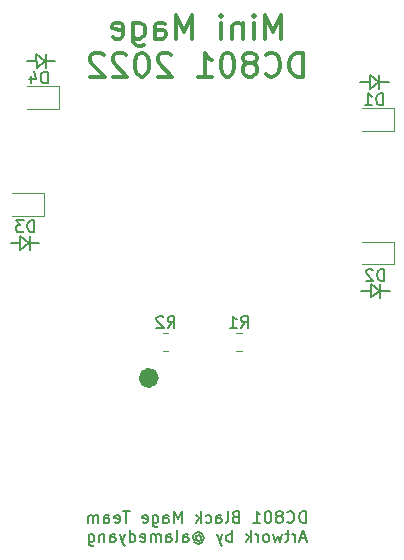
<source format=gbr>
%TF.GenerationSoftware,KiCad,Pcbnew,(6.0.5)*%
%TF.CreationDate,2022-07-11T11:07:48-06:00*%
%TF.ProjectId,MiniMageSpells,4d696e69-4d61-4676-9553-70656c6c732e,1.0*%
%TF.SameCoordinates,PX6e486c0PY7ba4d50*%
%TF.FileFunction,Legend,Bot*%
%TF.FilePolarity,Positive*%
%FSLAX46Y46*%
G04 Gerber Fmt 4.6, Leading zero omitted, Abs format (unit mm)*
G04 Created by KiCad (PCBNEW (6.0.5)) date 2022-07-11 11:07:48*
%MOMM*%
%LPD*%
G01*
G04 APERTURE LIST*
%ADD10C,0.150000*%
%ADD11C,0.300000*%
%ADD12C,0.875000*%
%ADD13C,0.120000*%
G04 APERTURE END LIST*
D10*
X4394562Y31090380D02*
X5224562Y31090380D01*
X3624562Y31630380D02*
X3634562Y30500380D01*
X3624562Y31630380D02*
X4394562Y31060380D01*
X4394562Y31060380D02*
X3634562Y30500380D01*
X3584562Y31080380D02*
X2794562Y31080380D01*
X4414562Y31640380D02*
X4414562Y30480380D01*
X5754562Y46500380D02*
X6584562Y46500380D01*
X4984562Y47040380D02*
X4994562Y45910380D01*
X4984562Y47040380D02*
X5754562Y46470380D01*
X5754562Y46470380D02*
X4994562Y45910380D01*
X4944562Y46490380D02*
X4154562Y46490380D01*
X5774562Y47050380D02*
X5774562Y45890380D01*
X34094562Y27040380D02*
X34924562Y27040380D01*
X33324562Y27580380D02*
X33334562Y26450380D01*
X33324562Y27580380D02*
X34094562Y27010380D01*
X34094562Y27010380D02*
X33334562Y26450380D01*
X33284562Y27030380D02*
X32494562Y27030380D01*
X34114562Y27590380D02*
X34114562Y26430380D01*
X33974562Y44710380D02*
X34804562Y44710380D01*
X33164562Y44700380D02*
X32374562Y44700380D01*
X33204562Y45250380D02*
X33214562Y44120380D01*
X33974562Y44680380D02*
X33214562Y44120380D01*
X33204562Y45250380D02*
X33974562Y44680380D01*
X33994562Y45260380D02*
X33994562Y44100380D01*
D11*
X25679800Y48375619D02*
X25679800Y50375619D01*
X25013133Y48947047D01*
X24346466Y50375619D01*
X24346466Y48375619D01*
X23394085Y48375619D02*
X23394085Y49708952D01*
X23394085Y50375619D02*
X23489323Y50280380D01*
X23394085Y50185142D01*
X23298847Y50280380D01*
X23394085Y50375619D01*
X23394085Y50185142D01*
X22441704Y49708952D02*
X22441704Y48375619D01*
X22441704Y49518476D02*
X22346466Y49613714D01*
X22155990Y49708952D01*
X21870276Y49708952D01*
X21679800Y49613714D01*
X21584562Y49423238D01*
X21584562Y48375619D01*
X20632181Y48375619D02*
X20632181Y49708952D01*
X20632181Y50375619D02*
X20727419Y50280380D01*
X20632181Y50185142D01*
X20536942Y50280380D01*
X20632181Y50375619D01*
X20632181Y50185142D01*
X18155990Y48375619D02*
X18155990Y50375619D01*
X17489323Y48947047D01*
X16822657Y50375619D01*
X16822657Y48375619D01*
X15013133Y48375619D02*
X15013133Y49423238D01*
X15108371Y49613714D01*
X15298847Y49708952D01*
X15679800Y49708952D01*
X15870276Y49613714D01*
X15013133Y48470857D02*
X15203609Y48375619D01*
X15679800Y48375619D01*
X15870276Y48470857D01*
X15965514Y48661333D01*
X15965514Y48851809D01*
X15870276Y49042285D01*
X15679800Y49137523D01*
X15203609Y49137523D01*
X15013133Y49232761D01*
X13203609Y49708952D02*
X13203609Y48089904D01*
X13298847Y47899428D01*
X13394085Y47804190D01*
X13584562Y47708952D01*
X13870276Y47708952D01*
X14060752Y47804190D01*
X13203609Y48470857D02*
X13394085Y48375619D01*
X13775038Y48375619D01*
X13965514Y48470857D01*
X14060752Y48566095D01*
X14155990Y48756571D01*
X14155990Y49328000D01*
X14060752Y49518476D01*
X13965514Y49613714D01*
X13775038Y49708952D01*
X13394085Y49708952D01*
X13203609Y49613714D01*
X11489323Y48470857D02*
X11679800Y48375619D01*
X12060752Y48375619D01*
X12251228Y48470857D01*
X12346466Y48661333D01*
X12346466Y49423238D01*
X12251228Y49613714D01*
X12060752Y49708952D01*
X11679800Y49708952D01*
X11489323Y49613714D01*
X11394085Y49423238D01*
X11394085Y49232761D01*
X12346466Y49042285D01*
X27536942Y45155619D02*
X27536942Y47155619D01*
X27060752Y47155619D01*
X26775038Y47060380D01*
X26584562Y46869904D01*
X26489323Y46679428D01*
X26394085Y46298476D01*
X26394085Y46012761D01*
X26489323Y45631809D01*
X26584562Y45441333D01*
X26775038Y45250857D01*
X27060752Y45155619D01*
X27536942Y45155619D01*
X24394085Y45346095D02*
X24489323Y45250857D01*
X24775038Y45155619D01*
X24965514Y45155619D01*
X25251228Y45250857D01*
X25441704Y45441333D01*
X25536942Y45631809D01*
X25632181Y46012761D01*
X25632181Y46298476D01*
X25536942Y46679428D01*
X25441704Y46869904D01*
X25251228Y47060380D01*
X24965514Y47155619D01*
X24775038Y47155619D01*
X24489323Y47060380D01*
X24394085Y46965142D01*
X23251228Y46298476D02*
X23441704Y46393714D01*
X23536942Y46488952D01*
X23632181Y46679428D01*
X23632181Y46774666D01*
X23536942Y46965142D01*
X23441704Y47060380D01*
X23251228Y47155619D01*
X22870276Y47155619D01*
X22679800Y47060380D01*
X22584562Y46965142D01*
X22489323Y46774666D01*
X22489323Y46679428D01*
X22584562Y46488952D01*
X22679800Y46393714D01*
X22870276Y46298476D01*
X23251228Y46298476D01*
X23441704Y46203238D01*
X23536942Y46108000D01*
X23632181Y45917523D01*
X23632181Y45536571D01*
X23536942Y45346095D01*
X23441704Y45250857D01*
X23251228Y45155619D01*
X22870276Y45155619D01*
X22679800Y45250857D01*
X22584562Y45346095D01*
X22489323Y45536571D01*
X22489323Y45917523D01*
X22584562Y46108000D01*
X22679800Y46203238D01*
X22870276Y46298476D01*
X21251228Y47155619D02*
X21060752Y47155619D01*
X20870276Y47060380D01*
X20775038Y46965142D01*
X20679800Y46774666D01*
X20584562Y46393714D01*
X20584562Y45917523D01*
X20679800Y45536571D01*
X20775038Y45346095D01*
X20870276Y45250857D01*
X21060752Y45155619D01*
X21251228Y45155619D01*
X21441704Y45250857D01*
X21536942Y45346095D01*
X21632181Y45536571D01*
X21727419Y45917523D01*
X21727419Y46393714D01*
X21632181Y46774666D01*
X21536942Y46965142D01*
X21441704Y47060380D01*
X21251228Y47155619D01*
X18679800Y45155619D02*
X19822657Y45155619D01*
X19251228Y45155619D02*
X19251228Y47155619D01*
X19441704Y46869904D01*
X19632181Y46679428D01*
X19822657Y46584190D01*
X16394085Y46965142D02*
X16298847Y47060380D01*
X16108371Y47155619D01*
X15632181Y47155619D01*
X15441704Y47060380D01*
X15346466Y46965142D01*
X15251228Y46774666D01*
X15251228Y46584190D01*
X15346466Y46298476D01*
X16489323Y45155619D01*
X15251228Y45155619D01*
X14013133Y47155619D02*
X13822657Y47155619D01*
X13632181Y47060380D01*
X13536942Y46965142D01*
X13441704Y46774666D01*
X13346466Y46393714D01*
X13346466Y45917523D01*
X13441704Y45536571D01*
X13536942Y45346095D01*
X13632181Y45250857D01*
X13822657Y45155619D01*
X14013133Y45155619D01*
X14203609Y45250857D01*
X14298847Y45346095D01*
X14394085Y45536571D01*
X14489323Y45917523D01*
X14489323Y46393714D01*
X14394085Y46774666D01*
X14298847Y46965142D01*
X14203609Y47060380D01*
X14013133Y47155619D01*
X12584562Y46965142D02*
X12489323Y47060380D01*
X12298847Y47155619D01*
X11822657Y47155619D01*
X11632181Y47060380D01*
X11536942Y46965142D01*
X11441704Y46774666D01*
X11441704Y46584190D01*
X11536942Y46298476D01*
X12679800Y45155619D01*
X11441704Y45155619D01*
X10679800Y46965142D02*
X10584562Y47060380D01*
X10394085Y47155619D01*
X9917895Y47155619D01*
X9727419Y47060380D01*
X9632181Y46965142D01*
X9536942Y46774666D01*
X9536942Y46584190D01*
X9632181Y46298476D01*
X10775038Y45155619D01*
X9536942Y45155619D01*
D10*
X27788847Y7373000D02*
X27788847Y8373000D01*
X27550752Y8373000D01*
X27407895Y8325380D01*
X27312657Y8230142D01*
X27265038Y8134904D01*
X27217419Y7944428D01*
X27217419Y7801571D01*
X27265038Y7611095D01*
X27312657Y7515857D01*
X27407895Y7420619D01*
X27550752Y7373000D01*
X27788847Y7373000D01*
X26217419Y7468238D02*
X26265038Y7420619D01*
X26407895Y7373000D01*
X26503133Y7373000D01*
X26645990Y7420619D01*
X26741228Y7515857D01*
X26788847Y7611095D01*
X26836466Y7801571D01*
X26836466Y7944428D01*
X26788847Y8134904D01*
X26741228Y8230142D01*
X26645990Y8325380D01*
X26503133Y8373000D01*
X26407895Y8373000D01*
X26265038Y8325380D01*
X26217419Y8277761D01*
X25645990Y7944428D02*
X25741228Y7992047D01*
X25788847Y8039666D01*
X25836466Y8134904D01*
X25836466Y8182523D01*
X25788847Y8277761D01*
X25741228Y8325380D01*
X25645990Y8373000D01*
X25455514Y8373000D01*
X25360276Y8325380D01*
X25312657Y8277761D01*
X25265038Y8182523D01*
X25265038Y8134904D01*
X25312657Y8039666D01*
X25360276Y7992047D01*
X25455514Y7944428D01*
X25645990Y7944428D01*
X25741228Y7896809D01*
X25788847Y7849190D01*
X25836466Y7753952D01*
X25836466Y7563476D01*
X25788847Y7468238D01*
X25741228Y7420619D01*
X25645990Y7373000D01*
X25455514Y7373000D01*
X25360276Y7420619D01*
X25312657Y7468238D01*
X25265038Y7563476D01*
X25265038Y7753952D01*
X25312657Y7849190D01*
X25360276Y7896809D01*
X25455514Y7944428D01*
X24645990Y8373000D02*
X24550752Y8373000D01*
X24455514Y8325380D01*
X24407895Y8277761D01*
X24360276Y8182523D01*
X24312657Y7992047D01*
X24312657Y7753952D01*
X24360276Y7563476D01*
X24407895Y7468238D01*
X24455514Y7420619D01*
X24550752Y7373000D01*
X24645990Y7373000D01*
X24741228Y7420619D01*
X24788847Y7468238D01*
X24836466Y7563476D01*
X24884085Y7753952D01*
X24884085Y7992047D01*
X24836466Y8182523D01*
X24788847Y8277761D01*
X24741228Y8325380D01*
X24645990Y8373000D01*
X23360276Y7373000D02*
X23931704Y7373000D01*
X23645990Y7373000D02*
X23645990Y8373000D01*
X23741228Y8230142D01*
X23836466Y8134904D01*
X23931704Y8087285D01*
X21836466Y7896809D02*
X21693609Y7849190D01*
X21645990Y7801571D01*
X21598371Y7706333D01*
X21598371Y7563476D01*
X21645990Y7468238D01*
X21693609Y7420619D01*
X21788847Y7373000D01*
X22169800Y7373000D01*
X22169800Y8373000D01*
X21836466Y8373000D01*
X21741228Y8325380D01*
X21693609Y8277761D01*
X21645990Y8182523D01*
X21645990Y8087285D01*
X21693609Y7992047D01*
X21741228Y7944428D01*
X21836466Y7896809D01*
X22169800Y7896809D01*
X21026942Y7373000D02*
X21122181Y7420619D01*
X21169800Y7515857D01*
X21169800Y8373000D01*
X20217419Y7373000D02*
X20217419Y7896809D01*
X20265038Y7992047D01*
X20360276Y8039666D01*
X20550752Y8039666D01*
X20645990Y7992047D01*
X20217419Y7420619D02*
X20312657Y7373000D01*
X20550752Y7373000D01*
X20645990Y7420619D01*
X20693609Y7515857D01*
X20693609Y7611095D01*
X20645990Y7706333D01*
X20550752Y7753952D01*
X20312657Y7753952D01*
X20217419Y7801571D01*
X19312657Y7420619D02*
X19407895Y7373000D01*
X19598371Y7373000D01*
X19693609Y7420619D01*
X19741228Y7468238D01*
X19788847Y7563476D01*
X19788847Y7849190D01*
X19741228Y7944428D01*
X19693609Y7992047D01*
X19598371Y8039666D01*
X19407895Y8039666D01*
X19312657Y7992047D01*
X18884085Y7373000D02*
X18884085Y8373000D01*
X18788847Y7753952D02*
X18503133Y7373000D01*
X18503133Y8039666D02*
X18884085Y7658714D01*
X17312657Y7373000D02*
X17312657Y8373000D01*
X16979323Y7658714D01*
X16645990Y8373000D01*
X16645990Y7373000D01*
X15741228Y7373000D02*
X15741228Y7896809D01*
X15788847Y7992047D01*
X15884085Y8039666D01*
X16074562Y8039666D01*
X16169800Y7992047D01*
X15741228Y7420619D02*
X15836466Y7373000D01*
X16074562Y7373000D01*
X16169800Y7420619D01*
X16217419Y7515857D01*
X16217419Y7611095D01*
X16169800Y7706333D01*
X16074562Y7753952D01*
X15836466Y7753952D01*
X15741228Y7801571D01*
X14836466Y8039666D02*
X14836466Y7230142D01*
X14884085Y7134904D01*
X14931704Y7087285D01*
X15026942Y7039666D01*
X15169800Y7039666D01*
X15265038Y7087285D01*
X14836466Y7420619D02*
X14931704Y7373000D01*
X15122181Y7373000D01*
X15217419Y7420619D01*
X15265038Y7468238D01*
X15312657Y7563476D01*
X15312657Y7849190D01*
X15265038Y7944428D01*
X15217419Y7992047D01*
X15122181Y8039666D01*
X14931704Y8039666D01*
X14836466Y7992047D01*
X13979323Y7420619D02*
X14074562Y7373000D01*
X14265038Y7373000D01*
X14360276Y7420619D01*
X14407895Y7515857D01*
X14407895Y7896809D01*
X14360276Y7992047D01*
X14265038Y8039666D01*
X14074562Y8039666D01*
X13979323Y7992047D01*
X13931704Y7896809D01*
X13931704Y7801571D01*
X14407895Y7706333D01*
X12884085Y8373000D02*
X12312657Y8373000D01*
X12598371Y7373000D02*
X12598371Y8373000D01*
X11598371Y7420619D02*
X11693609Y7373000D01*
X11884085Y7373000D01*
X11979323Y7420619D01*
X12026942Y7515857D01*
X12026942Y7896809D01*
X11979323Y7992047D01*
X11884085Y8039666D01*
X11693609Y8039666D01*
X11598371Y7992047D01*
X11550752Y7896809D01*
X11550752Y7801571D01*
X12026942Y7706333D01*
X10693609Y7373000D02*
X10693609Y7896809D01*
X10741228Y7992047D01*
X10836466Y8039666D01*
X11026942Y8039666D01*
X11122181Y7992047D01*
X10693609Y7420619D02*
X10788847Y7373000D01*
X11026942Y7373000D01*
X11122181Y7420619D01*
X11169800Y7515857D01*
X11169800Y7611095D01*
X11122181Y7706333D01*
X11026942Y7753952D01*
X10788847Y7753952D01*
X10693609Y7801571D01*
X10217419Y7373000D02*
X10217419Y8039666D01*
X10217419Y7944428D02*
X10169800Y7992047D01*
X10074562Y8039666D01*
X9931704Y8039666D01*
X9836466Y7992047D01*
X9788847Y7896809D01*
X9788847Y7373000D01*
X9788847Y7896809D02*
X9741228Y7992047D01*
X9645990Y8039666D01*
X9503133Y8039666D01*
X9407895Y7992047D01*
X9360276Y7896809D01*
X9360276Y7373000D01*
X27788847Y6048714D02*
X27312657Y6048714D01*
X27884085Y5763000D02*
X27550752Y6763000D01*
X27217419Y5763000D01*
X26884085Y5763000D02*
X26884085Y6429666D01*
X26884085Y6239190D02*
X26836466Y6334428D01*
X26788847Y6382047D01*
X26693609Y6429666D01*
X26598371Y6429666D01*
X26407895Y6429666D02*
X26026942Y6429666D01*
X26265038Y6763000D02*
X26265038Y5905857D01*
X26217419Y5810619D01*
X26122181Y5763000D01*
X26026942Y5763000D01*
X25788847Y6429666D02*
X25598371Y5763000D01*
X25407895Y6239190D01*
X25217419Y5763000D01*
X25026942Y6429666D01*
X24503133Y5763000D02*
X24598371Y5810619D01*
X24645990Y5858238D01*
X24693609Y5953476D01*
X24693609Y6239190D01*
X24645990Y6334428D01*
X24598371Y6382047D01*
X24503133Y6429666D01*
X24360276Y6429666D01*
X24265038Y6382047D01*
X24217419Y6334428D01*
X24169800Y6239190D01*
X24169800Y5953476D01*
X24217419Y5858238D01*
X24265038Y5810619D01*
X24360276Y5763000D01*
X24503133Y5763000D01*
X23741228Y5763000D02*
X23741228Y6429666D01*
X23741228Y6239190D02*
X23693609Y6334428D01*
X23645990Y6382047D01*
X23550752Y6429666D01*
X23455514Y6429666D01*
X23122181Y5763000D02*
X23122181Y6763000D01*
X23026942Y6143952D02*
X22741228Y5763000D01*
X22741228Y6429666D02*
X23122181Y6048714D01*
X21550752Y5763000D02*
X21550752Y6763000D01*
X21550752Y6382047D02*
X21455514Y6429666D01*
X21265038Y6429666D01*
X21169800Y6382047D01*
X21122181Y6334428D01*
X21074562Y6239190D01*
X21074562Y5953476D01*
X21122181Y5858238D01*
X21169800Y5810619D01*
X21265038Y5763000D01*
X21455514Y5763000D01*
X21550752Y5810619D01*
X20741228Y6429666D02*
X20503133Y5763000D01*
X20265038Y6429666D02*
X20503133Y5763000D01*
X20598371Y5524904D01*
X20645990Y5477285D01*
X20741228Y5429666D01*
X18503133Y6239190D02*
X18550752Y6286809D01*
X18645990Y6334428D01*
X18741228Y6334428D01*
X18836466Y6286809D01*
X18884085Y6239190D01*
X18931704Y6143952D01*
X18931704Y6048714D01*
X18884085Y5953476D01*
X18836466Y5905857D01*
X18741228Y5858238D01*
X18645990Y5858238D01*
X18550752Y5905857D01*
X18503133Y5953476D01*
X18503133Y6334428D02*
X18503133Y5953476D01*
X18455514Y5905857D01*
X18407895Y5905857D01*
X18312657Y5953476D01*
X18265038Y6048714D01*
X18265038Y6286809D01*
X18360276Y6429666D01*
X18503133Y6524904D01*
X18693609Y6572523D01*
X18884085Y6524904D01*
X19026942Y6429666D01*
X19122181Y6286809D01*
X19169800Y6096333D01*
X19122181Y5905857D01*
X19026942Y5763000D01*
X18884085Y5667761D01*
X18693609Y5620142D01*
X18503133Y5667761D01*
X18360276Y5763000D01*
X17407895Y5763000D02*
X17407895Y6286809D01*
X17455514Y6382047D01*
X17550752Y6429666D01*
X17741228Y6429666D01*
X17836466Y6382047D01*
X17407895Y5810619D02*
X17503133Y5763000D01*
X17741228Y5763000D01*
X17836466Y5810619D01*
X17884085Y5905857D01*
X17884085Y6001095D01*
X17836466Y6096333D01*
X17741228Y6143952D01*
X17503133Y6143952D01*
X17407895Y6191571D01*
X16788847Y5763000D02*
X16884085Y5810619D01*
X16931704Y5905857D01*
X16931704Y6763000D01*
X15979323Y5763000D02*
X15979323Y6286809D01*
X16026942Y6382047D01*
X16122181Y6429666D01*
X16312657Y6429666D01*
X16407895Y6382047D01*
X15979323Y5810619D02*
X16074562Y5763000D01*
X16312657Y5763000D01*
X16407895Y5810619D01*
X16455514Y5905857D01*
X16455514Y6001095D01*
X16407895Y6096333D01*
X16312657Y6143952D01*
X16074562Y6143952D01*
X15979323Y6191571D01*
X15503133Y5763000D02*
X15503133Y6429666D01*
X15503133Y6334428D02*
X15455514Y6382047D01*
X15360276Y6429666D01*
X15217419Y6429666D01*
X15122181Y6382047D01*
X15074562Y6286809D01*
X15074562Y5763000D01*
X15074562Y6286809D02*
X15026942Y6382047D01*
X14931704Y6429666D01*
X14788847Y6429666D01*
X14693609Y6382047D01*
X14645990Y6286809D01*
X14645990Y5763000D01*
X13788847Y5810619D02*
X13884085Y5763000D01*
X14074562Y5763000D01*
X14169800Y5810619D01*
X14217419Y5905857D01*
X14217419Y6286809D01*
X14169800Y6382047D01*
X14074562Y6429666D01*
X13884085Y6429666D01*
X13788847Y6382047D01*
X13741228Y6286809D01*
X13741228Y6191571D01*
X14217419Y6096333D01*
X12884085Y5763000D02*
X12884085Y6763000D01*
X12884085Y5810619D02*
X12979323Y5763000D01*
X13169800Y5763000D01*
X13265038Y5810619D01*
X13312657Y5858238D01*
X13360276Y5953476D01*
X13360276Y6239190D01*
X13312657Y6334428D01*
X13265038Y6382047D01*
X13169800Y6429666D01*
X12979323Y6429666D01*
X12884085Y6382047D01*
X12503133Y6429666D02*
X12265038Y5763000D01*
X12026942Y6429666D02*
X12265038Y5763000D01*
X12360276Y5524904D01*
X12407895Y5477285D01*
X12503133Y5429666D01*
X11217419Y5763000D02*
X11217419Y6286809D01*
X11265038Y6382047D01*
X11360276Y6429666D01*
X11550752Y6429666D01*
X11645990Y6382047D01*
X11217419Y5810619D02*
X11312657Y5763000D01*
X11550752Y5763000D01*
X11645990Y5810619D01*
X11693609Y5905857D01*
X11693609Y6001095D01*
X11645990Y6096333D01*
X11550752Y6143952D01*
X11312657Y6143952D01*
X11217419Y6191571D01*
X10741228Y6429666D02*
X10741228Y5763000D01*
X10741228Y6334428D02*
X10693609Y6382047D01*
X10598371Y6429666D01*
X10455514Y6429666D01*
X10360276Y6382047D01*
X10312657Y6286809D01*
X10312657Y5763000D01*
X9407895Y6429666D02*
X9407895Y5620142D01*
X9455514Y5524904D01*
X9503133Y5477285D01*
X9598371Y5429666D01*
X9741228Y5429666D01*
X9836466Y5477285D01*
X9407895Y5810619D02*
X9503133Y5763000D01*
X9693609Y5763000D01*
X9788847Y5810619D01*
X9836466Y5858238D01*
X9884085Y5953476D01*
X9884085Y6239190D01*
X9836466Y6334428D01*
X9788847Y6382047D01*
X9693609Y6429666D01*
X9503133Y6429666D01*
X9407895Y6382047D01*
%TO.C,R2*%
X16101228Y23888000D02*
X16434562Y24364190D01*
X16672657Y23888000D02*
X16672657Y24888000D01*
X16291704Y24888000D01*
X16196466Y24840380D01*
X16148847Y24792761D01*
X16101228Y24697523D01*
X16101228Y24554666D01*
X16148847Y24459428D01*
X16196466Y24411809D01*
X16291704Y24364190D01*
X16672657Y24364190D01*
X15720276Y24792761D02*
X15672657Y24840380D01*
X15577419Y24888000D01*
X15339323Y24888000D01*
X15244085Y24840380D01*
X15196466Y24792761D01*
X15148847Y24697523D01*
X15148847Y24602285D01*
X15196466Y24459428D01*
X15767895Y23888000D01*
X15148847Y23888000D01*
%TO.C,R1*%
X22321228Y23878000D02*
X22654562Y24354190D01*
X22892657Y23878000D02*
X22892657Y24878000D01*
X22511704Y24878000D01*
X22416466Y24830380D01*
X22368847Y24782761D01*
X22321228Y24687523D01*
X22321228Y24544666D01*
X22368847Y24449428D01*
X22416466Y24401809D01*
X22511704Y24354190D01*
X22892657Y24354190D01*
X21368847Y23878000D02*
X21940276Y23878000D01*
X21654562Y23878000D02*
X21654562Y24878000D01*
X21749800Y24735142D01*
X21845038Y24639904D01*
X21940276Y24592285D01*
%TO.C,D4*%
X5932657Y44578000D02*
X5932657Y45578000D01*
X5694562Y45578000D01*
X5551704Y45530380D01*
X5456466Y45435142D01*
X5408847Y45339904D01*
X5361228Y45149428D01*
X5361228Y45006571D01*
X5408847Y44816095D01*
X5456466Y44720857D01*
X5551704Y44625619D01*
X5694562Y44578000D01*
X5932657Y44578000D01*
X4504085Y45244666D02*
X4504085Y44578000D01*
X4742181Y45625619D02*
X4980276Y44911333D01*
X4361228Y44911333D01*
%TO.C,D3*%
X4802657Y31978000D02*
X4802657Y32978000D01*
X4564562Y32978000D01*
X4421704Y32930380D01*
X4326466Y32835142D01*
X4278847Y32739904D01*
X4231228Y32549428D01*
X4231228Y32406571D01*
X4278847Y32216095D01*
X4326466Y32120857D01*
X4421704Y32025619D01*
X4564562Y31978000D01*
X4802657Y31978000D01*
X3897895Y32978000D02*
X3278847Y32978000D01*
X3612181Y32597047D01*
X3469323Y32597047D01*
X3374085Y32549428D01*
X3326466Y32501809D01*
X3278847Y32406571D01*
X3278847Y32168476D01*
X3326466Y32073238D01*
X3374085Y32025619D01*
X3469323Y31978000D01*
X3755038Y31978000D01*
X3850276Y32025619D01*
X3897895Y32073238D01*
%TO.C,D2*%
X34412657Y27858000D02*
X34412657Y28858000D01*
X34174562Y28858000D01*
X34031704Y28810380D01*
X33936466Y28715142D01*
X33888847Y28619904D01*
X33841228Y28429428D01*
X33841228Y28286571D01*
X33888847Y28096095D01*
X33936466Y28000857D01*
X34031704Y27905619D01*
X34174562Y27858000D01*
X34412657Y27858000D01*
X33460276Y28762761D02*
X33412657Y28810380D01*
X33317419Y28858000D01*
X33079323Y28858000D01*
X32984085Y28810380D01*
X32936466Y28762761D01*
X32888847Y28667523D01*
X32888847Y28572285D01*
X32936466Y28429428D01*
X33507895Y27858000D01*
X32888847Y27858000D01*
%TO.C,D1*%
X34332657Y42728000D02*
X34332657Y43728000D01*
X34094562Y43728000D01*
X33951704Y43680380D01*
X33856466Y43585142D01*
X33808847Y43489904D01*
X33761228Y43299428D01*
X33761228Y43156571D01*
X33808847Y42966095D01*
X33856466Y42870857D01*
X33951704Y42775619D01*
X34094562Y42728000D01*
X34332657Y42728000D01*
X32808847Y42728000D02*
X33380276Y42728000D01*
X33094562Y42728000D02*
X33094562Y43728000D01*
X33189800Y43585142D01*
X33285038Y43489904D01*
X33380276Y43442285D01*
%TO.C,X1*%
D12*
X14930062Y19645800D02*
G75*
G03*
X14930062Y19645800I-437500J0D01*
G01*
D13*
%TO.C,R2*%
X16161626Y23425380D02*
X15707498Y23425380D01*
X16161626Y21955380D02*
X15707498Y21955380D01*
%TO.C,R1*%
X21917498Y21935380D02*
X22371626Y21935380D01*
X21917498Y23405380D02*
X22371626Y23405380D01*
%TO.C,D4*%
X6879562Y42420380D02*
X4194562Y42420380D01*
X6879562Y44340380D02*
X6879562Y42420380D01*
X4194562Y44340380D02*
X6879562Y44340380D01*
%TO.C,D3*%
X5609562Y33380380D02*
X2924562Y33380380D01*
X5609562Y35300380D02*
X5609562Y33380380D01*
X2924562Y35300380D02*
X5609562Y35300380D01*
%TO.C,D2*%
X35259562Y29260380D02*
X32574562Y29260380D01*
X35259562Y31180380D02*
X35259562Y29260380D01*
X32574562Y31180380D02*
X35259562Y31180380D01*
%TO.C,D1*%
X35279562Y40570380D02*
X32594562Y40570380D01*
X35279562Y42490380D02*
X35279562Y40570380D01*
X32594562Y42490380D02*
X35279562Y42490380D01*
%TD*%
M02*

</source>
